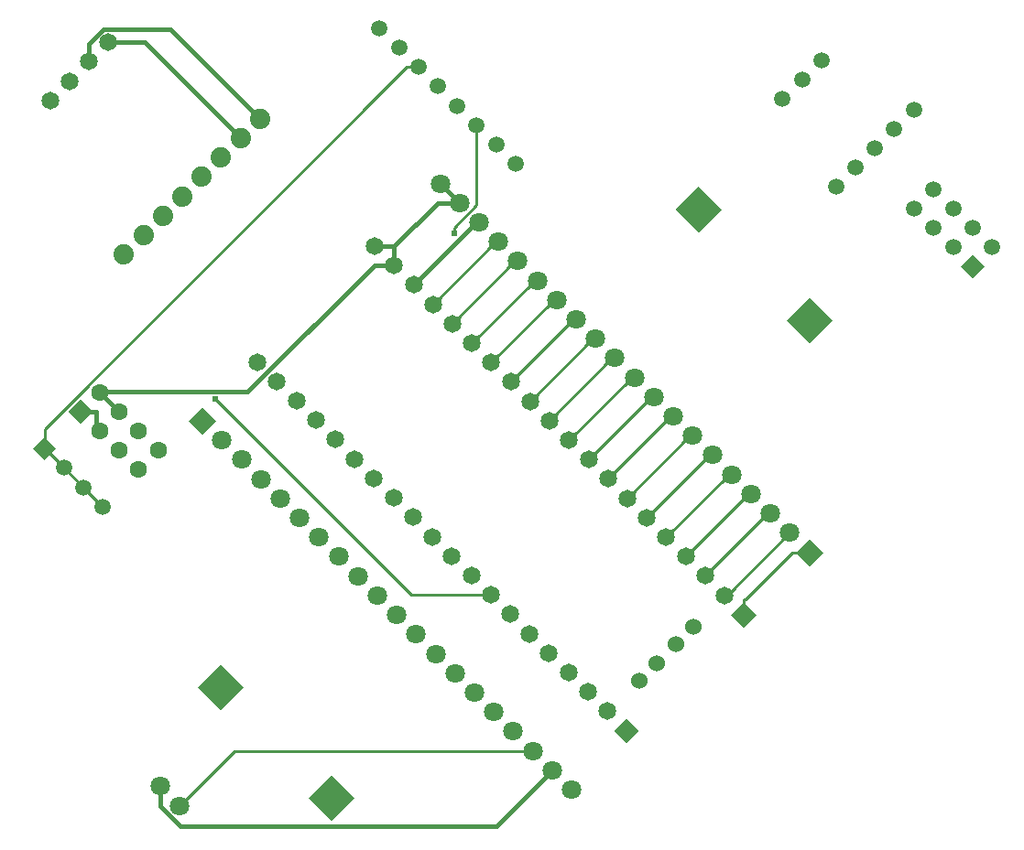
<source format=gtl>
G04 Layer: TopLayer*
G04 EasyEDA v6.5.9, 2022-07-20 21:00:06*
G04 675a4c6cb2ae45bbbec233c6ba45e6eb,48182110fa554b5a8835cd683ef60cbf,10*
G04 Gerber Generator version 0.2*
G04 Scale: 100 percent, Rotated: No, Reflected: No *
G04 Dimensions in millimeters *
G04 leading zeros omitted , absolute positions ,4 integer and 5 decimal *
%FSLAX45Y45*%
%MOMM*%

%ADD10C,0.2540*%
%ADD11C,0.4000*%
%ADD12C,1.5200*%
%ADD13C,1.8001*%
%ADD14C,1.5200*%
%ADD15C,1.6500*%
%ADD16C,1.8796*%
%ADD17C,1.6510*%
%ADD18C,1.5240*%
%ADD19C,1.6000*%
%ADD20C,1.8000*%
%ADD21C,0.6100*%
%ADD22C,0.0129*%

%LPD*%
D10*
X-431675Y2363777D02*
G01*
X-431675Y2416609D01*
X-225884Y2622400D01*
X-225884Y3362784D01*
X-96141Y-983383D02*
G01*
X-833859Y-983383D01*
X-2645666Y828423D01*
D11*
X-987833Y2245057D02*
G01*
X-987833Y2065454D01*
X-383644Y2644244D02*
G01*
X-588647Y2644244D01*
X-987833Y2245057D01*
X-987833Y2245057D02*
G01*
X-1167437Y2245057D01*
X472539Y-2606139D02*
G01*
X-42344Y-3121022D01*
X-2966366Y-3121022D01*
X-3150491Y-2936897D01*
X-3150491Y-2755008D01*
X-987833Y2065454D02*
G01*
X-1171145Y2065454D01*
X-2342314Y894285D01*
X-3708529Y894285D01*
X-3710205Y892609D01*
X-3530602Y713005D02*
G01*
X-3710205Y892609D01*
X-383644Y2644244D02*
G01*
X-563247Y2823847D01*
X-3629408Y4130118D02*
G01*
X-3295576Y4130118D01*
X-2408481Y3243023D01*
D10*
X873605Y1387020D02*
G01*
X848205Y1387020D01*
X269415Y808230D01*
X-4039491Y191391D02*
G01*
X-4219094Y370994D01*
X-4219094Y371020D01*
X-3859888Y11788D02*
G01*
X-4039491Y191391D01*
X-4219094Y371020D02*
G01*
X-4219094Y553239D01*
X-870714Y3901620D01*
X-764694Y3901620D01*
X-3680284Y-167815D02*
G01*
X-3859888Y11788D01*
X-2970888Y-2934611D02*
G01*
X-2462811Y-2426535D01*
X292935Y-2426535D01*
D11*
X-3889809Y713005D02*
G01*
X-3741473Y713005D01*
X-3710205Y533402D02*
G01*
X-3741473Y564669D01*
X-3741473Y713005D01*
X-204040Y2464640D02*
G01*
X-229440Y2464640D01*
X-808230Y1885850D01*
X-3809189Y3950693D02*
G01*
X-3809189Y4117901D01*
X-3675534Y4251556D01*
X-3057806Y4251556D01*
X-2228877Y3422627D01*
D10*
X2245052Y-1167432D02*
G01*
X2245052Y-1022779D01*
X2849242Y-588642D02*
G01*
X2694048Y-588642D01*
X2694048Y-588642D02*
G01*
X2259911Y-1022779D01*
X2245052Y-1022779D01*
X2669639Y-409039D02*
G01*
X2090849Y-987828D01*
X2065449Y-987828D01*
X2490035Y-229435D02*
G01*
X2464635Y-229435D01*
X1885845Y-808225D01*
X2310432Y-49832D02*
G01*
X2285032Y-49832D01*
X1706242Y-628622D01*
X2130828Y129771D02*
G01*
X2105428Y129771D01*
X1526639Y-449018D01*
X1951225Y309374D02*
G01*
X1925825Y309374D01*
X1347035Y-269415D01*
X1771622Y488977D02*
G01*
X1746222Y488977D01*
X1167432Y-89811D01*
X1592018Y668581D02*
G01*
X1566618Y668581D01*
X987828Y89791D01*
X1412415Y848184D02*
G01*
X1386989Y848184D01*
X808225Y269420D01*
X1232811Y1027788D02*
G01*
X1207386Y1027788D01*
X628622Y449023D01*
X1053208Y1207391D02*
G01*
X1027783Y1207391D01*
X449018Y628627D01*
X693976Y1566623D02*
G01*
X668601Y1566623D01*
X89811Y987833D01*
X514372Y1746227D02*
G01*
X488998Y1746227D01*
X-89791Y1167437D01*
X334769Y1925830D02*
G01*
X309394Y1925830D01*
X-269394Y1347040D01*
X155166Y2105433D02*
G01*
X129766Y2105433D01*
X-449023Y1526644D01*
X-24437Y2285037D02*
G01*
X-49837Y2285037D01*
X-628627Y1706247D01*
G36*
X4465383Y2053790D02*
G01*
X4357905Y2161268D01*
X4250425Y2053790D01*
X4357905Y1946310D01*
G37*
D12*
G01*
X4537506Y2233396D03*
G01*
X4178300Y2233396D03*
G01*
X4357903Y2413000D03*
G01*
X3998696Y2413000D03*
G01*
X4178300Y2592603D03*
G01*
X3998696Y2772206D03*
G01*
X3819093Y2592603D03*
D13*
G01*
X-2970885Y-2934614D03*
G01*
X-3150488Y-2755011D03*
D12*
G01*
X3813606Y3508806D03*
G01*
X3634003Y3329203D03*
G01*
X3454400Y3149600D03*
G01*
X3274796Y2969996D03*
G01*
X3095193Y2790393D03*
D14*
G01*
X2601696Y3604996D03*
G01*
X2960903Y3964203D03*
G01*
X2781300Y3784600D03*
D15*
G01*
X-4168394Y3591483D03*
G01*
X-3988790Y3771087D03*
G01*
X-3809187Y3950690D03*
G01*
X-3629405Y4130116D03*
G36*
X1824052Y2794777D02*
G01*
X1611922Y2582646D01*
X1824052Y2370515D01*
X2036183Y2582646D01*
G37*
G36*
X2849346Y1769483D02*
G01*
X2637215Y1557352D01*
X2849346Y1345222D01*
X3061477Y1557352D01*
G37*
G36*
X-1570070Y-2649933D02*
G01*
X-1782203Y-2862064D01*
X-1570070Y-3074195D01*
X-1357939Y-2862064D01*
G37*
G36*
X-2595364Y-1624639D02*
G01*
X-2807495Y-1836770D01*
X-2595364Y-2048903D01*
X-2383233Y-1836770D01*
G37*
D16*
G01*
X-3486124Y2165375D03*
G01*
X-3306521Y2344978D03*
G01*
X-3126917Y2524582D03*
G01*
X-2947288Y2704185D03*
G01*
X-2767685Y2883788D03*
G01*
X-2588082Y3063417D03*
G01*
X-2408478Y3243021D03*
G01*
X-2228875Y3422624D03*
G36*
X2361801Y-1167439D02*
G01*
X2245057Y-1284183D01*
X2128314Y-1167439D01*
X2245057Y-1050696D01*
G37*
D17*
G01*
X2065451Y-987831D03*
G01*
X1885848Y-808228D03*
G01*
X1706245Y-628624D03*
G01*
X1526641Y-449021D03*
G01*
X1347038Y-269417D03*
G01*
X1167434Y-89814D03*
G01*
X987831Y89788D03*
G01*
X808228Y269417D03*
G01*
X628624Y449021D03*
G01*
X449021Y628624D03*
G01*
X269417Y808228D03*
G01*
X89814Y987831D03*
G01*
X-89788Y1167434D03*
G01*
X-269417Y1347038D03*
G01*
X-449021Y1526641D03*
G01*
X-628624Y1706245D03*
G01*
X-808228Y1885848D03*
G01*
X-987831Y2065451D03*
G01*
X-1167434Y2245055D03*
G36*
X1277848Y-2240622D02*
G01*
X1161105Y-2357366D01*
X1044361Y-2240622D01*
X1161105Y-2123879D01*
G37*
G01*
X981481Y-2061032D03*
G01*
X801878Y-1881428D03*
G01*
X622274Y-1701825D03*
G01*
X442671Y-1522196D03*
G01*
X263067Y-1342593D03*
G01*
X83464Y-1162989D03*
G01*
X-96138Y-983386D03*
G01*
X-275742Y-803782D03*
G01*
X-455345Y-624179D03*
G01*
X-634949Y-444576D03*
G01*
X-814552Y-264972D03*
G01*
X-994155Y-85369D03*
G01*
X-1173759Y94234D03*
G01*
X-1353388Y273837D03*
G01*
X-1532991Y453440D03*
G01*
X-1712595Y633044D03*
G01*
X-1892198Y812647D03*
G01*
X-2071801Y992251D03*
G01*
X-2251405Y1171879D03*
D18*
G01*
X1778101Y-1275206D03*
G01*
X1616455Y-1436852D03*
G01*
X1436852Y-1616455D03*
G01*
X1275206Y-1778101D03*
G36*
X-3889809Y826142D02*
G01*
X-3776672Y713005D01*
X-3889809Y599869D01*
X-4002946Y713005D01*
G37*
D19*
G01*
X-3710203Y892606D03*
G01*
X-3710203Y533400D03*
G01*
X-3530600Y713003D03*
G01*
X-3530600Y353796D03*
G01*
X-3350996Y533400D03*
G01*
X-3350996Y174193D03*
G01*
X-3171393Y353796D03*
G36*
X-4219107Y478487D02*
G01*
X-4111627Y371007D01*
X-4219107Y263527D01*
X-4326587Y371007D01*
G37*
D12*
G01*
X-4039488Y191388D03*
G01*
X-3859885Y11785D03*
G01*
X-3680282Y-167817D03*
D14*
G01*
X-1123924Y4260824D03*
G01*
X-944321Y4081221D03*
G01*
X-764717Y3901617D03*
G01*
X-585088Y3721988D03*
G01*
X-405485Y3542385D03*
G01*
X-225882Y3362782D03*
G01*
X-46278Y3183178D03*
G01*
X133324Y3003575D03*
D20*
G01*
X652145Y-2785745D03*
G01*
X472541Y-2606141D03*
G01*
X292938Y-2426538D03*
G01*
X113334Y-2246934D03*
G01*
X-66268Y-2067331D03*
G01*
X-245871Y-1887728D03*
G01*
X-425475Y-1708124D03*
G01*
X-605078Y-1528521D03*
G01*
X-784682Y-1348917D03*
G01*
X-964285Y-1169314D03*
G01*
X-1143888Y-989711D03*
G01*
X-1323517Y-810082D03*
G01*
X-1503121Y-630478D03*
G01*
X-1682724Y-450875D03*
G01*
X-1862328Y-271271D03*
G01*
X-2041931Y-91668D03*
G01*
X-2221534Y87934D03*
G01*
X-2401138Y267538D03*
G01*
X-2580741Y447141D03*
G36*
X-2760347Y754026D02*
G01*
X-2633070Y626747D01*
X-2760347Y499470D01*
X-2887626Y626747D01*
G37*
G01*
X-563245Y2823845D03*
G01*
X-383641Y2644241D03*
G01*
X-204038Y2464638D03*
G01*
X-24434Y2285034D03*
G01*
X155168Y2105431D03*
G01*
X334771Y1925828D03*
G01*
X514375Y1746224D03*
G01*
X693978Y1566621D03*
G01*
X873582Y1387017D03*
G01*
X1053211Y1207388D03*
G01*
X1232814Y1027785D03*
G01*
X1412417Y848182D03*
G01*
X1592021Y668578D03*
G01*
X1771624Y488975D03*
G01*
X1951227Y309371D03*
G01*
X2130831Y129768D03*
G01*
X2310434Y-49834D03*
G01*
X2490038Y-229438D03*
G01*
X2669641Y-409041D03*
G36*
X2849247Y-715926D02*
G01*
X2721970Y-588647D01*
X2849247Y-461370D01*
X2976526Y-588647D01*
G37*
D21*
G01*
X-431672Y2363774D03*
G01*
X-2645663Y828420D03*
M02*

</source>
